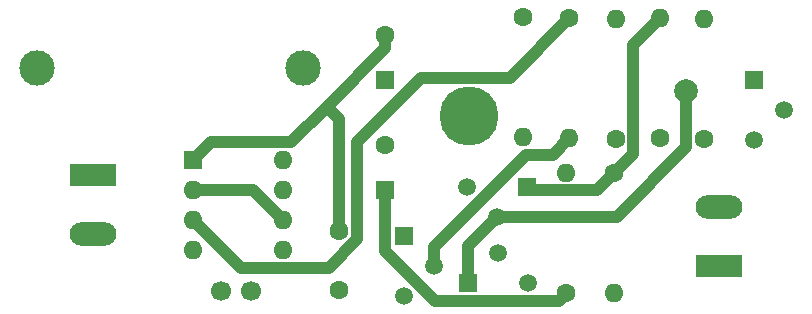
<source format=gbr>
%TF.GenerationSoftware,KiCad,Pcbnew,(5.1.8)-1*%
%TF.CreationDate,2020-12-12T19:45:24+01:00*%
%TF.ProjectId,blink_controller,626c696e-6b5f-4636-9f6e-74726f6c6c65,rev?*%
%TF.SameCoordinates,Original*%
%TF.FileFunction,Copper,L1,Top*%
%TF.FilePolarity,Positive*%
%FSLAX46Y46*%
G04 Gerber Fmt 4.6, Leading zero omitted, Abs format (unit mm)*
G04 Created by KiCad (PCBNEW (5.1.8)-1) date 2020-12-12 19:45:24*
%MOMM*%
%LPD*%
G01*
G04 APERTURE LIST*
%TA.AperFunction,ComponentPad*%
%ADD10C,3.000000*%
%TD*%
%TA.AperFunction,ComponentPad*%
%ADD11O,1.600000X1.600000*%
%TD*%
%TA.AperFunction,ComponentPad*%
%ADD12R,1.600000X1.600000*%
%TD*%
%TA.AperFunction,ComponentPad*%
%ADD13C,1.700000*%
%TD*%
%TA.AperFunction,ComponentPad*%
%ADD14C,1.600000*%
%TD*%
%TA.AperFunction,ComponentPad*%
%ADD15R,1.500000X1.500000*%
%TD*%
%TA.AperFunction,ComponentPad*%
%ADD16C,1.500000*%
%TD*%
%TA.AperFunction,ComponentPad*%
%ADD17O,3.960000X1.980000*%
%TD*%
%TA.AperFunction,ComponentPad*%
%ADD18R,3.960000X1.980000*%
%TD*%
%TA.AperFunction,ViaPad*%
%ADD19C,5.000000*%
%TD*%
%TA.AperFunction,ViaPad*%
%ADD20C,2.000000*%
%TD*%
%TA.AperFunction,Conductor*%
%ADD21C,1.000000*%
%TD*%
G04 APERTURE END LIST*
D10*
%TO.P,F1,2*%
%TO.N,Net-(F1-Pad2)*%
X22100000Y-25500000D03*
%TO.P,F1,1*%
%TO.N,/VCC*%
X44600000Y-25500000D03*
%TD*%
D11*
%TO.P,U1,8*%
%TO.N,Net-(R2-Pad1)*%
X42920000Y-33300000D03*
%TO.P,U1,4*%
%TO.N,/VCC*%
X35300000Y-40920000D03*
%TO.P,U1,7*%
%TO.N,Net-(R6-Pad2)*%
X42920000Y-35840000D03*
%TO.P,U1,3*%
%TO.N,Net-(R1-Pad1)*%
X35300000Y-38380000D03*
%TO.P,U1,6*%
%TO.N,Net-(C2-Pad1)*%
X42920000Y-38380000D03*
%TO.P,U1,2*%
X35300000Y-35840000D03*
%TO.P,U1,5*%
%TO.N,Net-(C1-Pad1)*%
X42920000Y-40920000D03*
D12*
%TO.P,U1,1*%
%TO.N,/GND*%
X35300000Y-33300000D03*
%TD*%
D13*
%TO.P,SW1,2*%
%TO.N,Net-(R2-Pad1)*%
X40240000Y-44400000D03*
%TO.P,SW1,1*%
%TO.N,/VCC*%
X37700000Y-44400000D03*
%TD*%
D11*
%TO.P,R7,2*%
%TO.N,Net-(R6-Pad2)*%
X66925000Y-34365000D03*
D14*
%TO.P,R7,1*%
%TO.N,Net-(C2-Pad1)*%
X66925000Y-44525000D03*
%TD*%
D11*
%TO.P,R6,2*%
%TO.N,Net-(R6-Pad2)*%
X63275000Y-31360000D03*
D14*
%TO.P,R6,1*%
%TO.N,/VCC*%
X63275000Y-21200000D03*
%TD*%
D11*
%TO.P,R5,2*%
%TO.N,Net-(Q1-Pad3)*%
X74875000Y-21240000D03*
D14*
%TO.P,R5,1*%
%TO.N,/VCC*%
X74875000Y-31400000D03*
%TD*%
D11*
%TO.P,R4,2*%
%TO.N,Net-(Q4-Pad2)*%
X70925000Y-44585000D03*
D14*
%TO.P,R4,1*%
%TO.N,Net-(Q1-Pad3)*%
X70925000Y-34425000D03*
%TD*%
D11*
%TO.P,R3,2*%
%TO.N,Net-(Q2-Pad3)*%
X71075000Y-21340000D03*
D14*
%TO.P,R3,1*%
%TO.N,/VCC*%
X71075000Y-31500000D03*
%TD*%
D11*
%TO.P,R2,2*%
%TO.N,Net-(Q2-Pad2)*%
X78575000Y-21340000D03*
D14*
%TO.P,R2,1*%
%TO.N,Net-(R2-Pad1)*%
X78575000Y-31500000D03*
%TD*%
D11*
%TO.P,R1,2*%
%TO.N,Net-(Q1-Pad2)*%
X67175000Y-31460000D03*
D14*
%TO.P,R1,1*%
%TO.N,Net-(R1-Pad1)*%
X67175000Y-21300000D03*
%TD*%
D15*
%TO.P,Q4,1*%
%TO.N,/VCC*%
X82800000Y-26550000D03*
D16*
%TO.P,Q4,3*%
%TO.N,Net-(J2-Pad1)*%
X82800000Y-31630000D03*
%TO.P,Q4,2*%
%TO.N,Net-(Q4-Pad2)*%
X85340000Y-29090000D03*
%TD*%
D15*
%TO.P,Q3,3*%
%TO.N,Net-(Q1-Pad3)*%
X63600000Y-35550000D03*
D16*
%TO.P,Q3,1*%
%TO.N,/GND*%
X58520000Y-35550000D03*
%TO.P,Q3,2*%
%TO.N,Net-(Q2-Pad3)*%
X61060000Y-38090000D03*
%TD*%
D15*
%TO.P,Q2,3*%
%TO.N,Net-(Q2-Pad3)*%
X58575000Y-43675000D03*
D16*
%TO.P,Q2,1*%
%TO.N,/GND*%
X63655000Y-43675000D03*
%TO.P,Q2,2*%
%TO.N,Net-(Q2-Pad2)*%
X61115000Y-41135000D03*
%TD*%
D15*
%TO.P,Q1,3*%
%TO.N,Net-(Q1-Pad3)*%
X53200000Y-39700000D03*
D16*
%TO.P,Q1,1*%
%TO.N,/GND*%
X53200000Y-44780000D03*
%TO.P,Q1,2*%
%TO.N,Net-(Q1-Pad2)*%
X55740000Y-42240000D03*
%TD*%
D17*
%TO.P,J2,2*%
%TO.N,/GND*%
X79850000Y-37250000D03*
D18*
%TO.P,J2,1*%
%TO.N,Net-(J2-Pad1)*%
X79850000Y-42250000D03*
%TD*%
D17*
%TO.P,J1,2*%
%TO.N,/GND*%
X26800000Y-39600000D03*
D18*
%TO.P,J1,1*%
%TO.N,Net-(F1-Pad2)*%
X26800000Y-34600000D03*
%TD*%
D14*
%TO.P,C3,2*%
%TO.N,/GND*%
X51600000Y-22700000D03*
D12*
%TO.P,C3,1*%
%TO.N,Net-(C2-Pad2)*%
X51600000Y-26500000D03*
%TD*%
D14*
%TO.P,C2,2*%
%TO.N,Net-(C2-Pad2)*%
X51600000Y-32000000D03*
D12*
%TO.P,C2,1*%
%TO.N,Net-(C2-Pad1)*%
X51600000Y-35800000D03*
%TD*%
D14*
%TO.P,C1,2*%
%TO.N,/GND*%
X47700000Y-39300000D03*
%TO.P,C1,1*%
%TO.N,Net-(C1-Pad1)*%
X47700000Y-44300000D03*
%TD*%
D19*
%TO.N,*%
X58675000Y-29575000D03*
D20*
%TO.N,Net-(Q2-Pad3)*%
X77025000Y-27425000D03*
%TD*%
D21*
%TO.N,/GND*%
X36800001Y-31799999D02*
X35300000Y-33300000D01*
X43640001Y-31799999D02*
X36800001Y-31799999D01*
X51600000Y-22700000D02*
X51600000Y-23840000D01*
X47700000Y-29800000D02*
X46670000Y-28770000D01*
X47700000Y-39300000D02*
X47700000Y-29800000D01*
X46670000Y-28770000D02*
X43640001Y-31799999D01*
X51600000Y-23840000D02*
X46670000Y-28770000D01*
%TO.N,Net-(C2-Pad1)*%
X40380000Y-35840000D02*
X42920000Y-38380000D01*
X35300000Y-35840000D02*
X40380000Y-35840000D01*
X66925000Y-44525000D02*
X66250000Y-45200000D01*
X55766002Y-45200000D02*
X51600000Y-41033998D01*
X51600000Y-41033998D02*
X51600000Y-35800000D01*
X66250000Y-45200000D02*
X55766002Y-45200000D01*
%TO.N,Net-(Q1-Pad3)*%
X72575001Y-32774999D02*
X70925000Y-34425000D01*
X72575001Y-23539999D02*
X72575001Y-32774999D01*
X74875000Y-21240000D02*
X72575001Y-23539999D01*
X63915001Y-35865001D02*
X63600000Y-35550000D01*
X69484999Y-35865001D02*
X63915001Y-35865001D01*
X70925000Y-34425000D02*
X69484999Y-35865001D01*
%TO.N,Net-(Q1-Pad2)*%
X65774999Y-32860001D02*
X67175000Y-31460000D01*
X63529997Y-32860001D02*
X65774999Y-32860001D01*
X55740000Y-40649998D02*
X63529997Y-32860001D01*
X55740000Y-42240000D02*
X55740000Y-40649998D01*
%TO.N,Net-(Q2-Pad3)*%
X58575000Y-40575000D02*
X61060000Y-38090000D01*
X58575000Y-43675000D02*
X58575000Y-40575000D01*
X77074999Y-32200001D02*
X77074999Y-28675001D01*
X71185000Y-38090000D02*
X77074999Y-32200001D01*
X61060000Y-38090000D02*
X71185000Y-38090000D01*
X77025000Y-28625002D02*
X77074999Y-28675001D01*
X77025000Y-27425000D02*
X77025000Y-28625002D01*
%TO.N,Net-(R1-Pad1)*%
X39340001Y-42420001D02*
X35300000Y-38380000D01*
X46800001Y-42420001D02*
X39340001Y-42420001D01*
X49200001Y-40020001D02*
X46800001Y-42420001D01*
X49200001Y-31760001D02*
X49200001Y-40020001D01*
X54585003Y-26374999D02*
X49200001Y-31760001D01*
X62100001Y-26374999D02*
X54585003Y-26374999D01*
X67175000Y-21300000D02*
X62100001Y-26374999D01*
%TD*%
M02*

</source>
